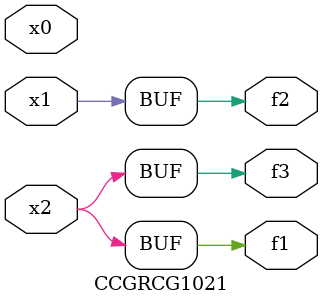
<source format=v>
module CCGRCG1021(
	input x0, x1, x2,
	output f1, f2, f3
);
	assign f1 = x2;
	assign f2 = x1;
	assign f3 = x2;
endmodule

</source>
